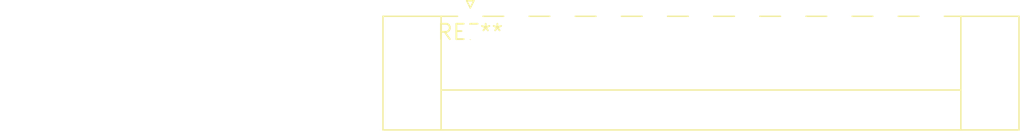
<source format=kicad_pcb>
(kicad_pcb (version 20240108) (generator pcbnew)
  (layers (0 "F.Cu" signal) (31 "B.Cu" signal) (34 "B.Paste" user) (35 "F.Paste" user) (36 "B.SilkS" user "B.Silkscreen") (37 "F.SilkS" user "F.Silkscreen") (38 "B.Mask" user) (39 "F.Mask" user) (44 "Edge.Cuts" user))
  (net 0 "")
  (footprint "PhoenixContact_MC_1,5_11-GF-3.81_1x11_P3.81mm_Horizontal_ThreadedFlange" (layer "F.Cu") (at 0 0)
    (property "Reference" "REF**")
    (property "Value" "PhoenixContact_MC_1,5_11-GF-3.81_1x11_P3.81mm_Horizontal_ThreadedFlange")
    (fp_line (start -7.21 -1.31) (end -7.21 8.11) (layer "F.SilkS") (stroke (width 0.12)))
    (fp_line (start -7.21 -1.31) (end -1.05 -1.31) (layer "F.SilkS") (stroke (width 0.12)))
    (fp_line (start -7.21 8.11) (end 45.31 8.11) (layer "F.SilkS") (stroke (width 0.12)))
    (fp_line (start -2.41 -1.31) (end -2.41 8.11) (layer "F.SilkS") (stroke (width 0.12)))
    (fp_line (start -2.41 4.8) (end 40.51 4.8) (layer "F.SilkS") (stroke (width 0.12)))
    (fp_line (start -0.3 -2.6) (end 0.3 -2.6) (layer "F.SilkS") (stroke (width 0.12)))
    (fp_line (start 0 -2) (end -0.3 -2.6) (layer "F.SilkS") (stroke (width 0.12)))
    (fp_line (start 0.3 -2.6) (end 0 -2) (layer "F.SilkS") (stroke (width 0.12)))
    (fp_line (start 1.05 -1.31) (end 2.76 -1.31) (layer "F.SilkS") (stroke (width 0.12)))
    (fp_line (start 4.86 -1.31) (end 6.57 -1.31) (layer "F.SilkS") (stroke (width 0.12)))
    (fp_line (start 8.67 -1.31) (end 10.38 -1.31) (layer "F.SilkS") (stroke (width 0.12)))
    (fp_line (start 12.48 -1.31) (end 14.19 -1.31) (layer "F.SilkS") (stroke (width 0.12)))
    (fp_line (start 16.29 -1.31) (end 18 -1.31) (layer "F.SilkS") (stroke (width 0.12)))
    (fp_line (start 20.1 -1.31) (end 21.81 -1.31) (layer "F.SilkS") (stroke (width 0.12)))
    (fp_line (start 23.91 -1.31) (end 25.62 -1.31) (layer "F.SilkS") (stroke (width 0.12)))
    (fp_line (start 27.72 -1.31) (end 29.43 -1.31) (layer "F.SilkS") (stroke (width 0.12)))
    (fp_line (start 31.53 -1.31) (end 33.24 -1.31) (layer "F.SilkS") (stroke (width 0.12)))
    (fp_line (start 35.34 -1.31) (end 37.05 -1.31) (layer "F.SilkS") (stroke (width 0.12)))
    (fp_line (start 40.51 -1.31) (end 40.51 8.11) (layer "F.SilkS") (stroke (width 0.12)))
    (fp_line (start 45.31 -1.31) (end 39.15 -1.31) (layer "F.SilkS") (stroke (width 0.12)))
    (fp_line (start 45.31 8.11) (end 45.31 -1.31) (layer "F.SilkS") (stroke (width 0.12)))
    (pad "1" thru_hole roundrect (at 0 0) (size 1.8 3.6) (drill 1.2) (layers *.Cu *.Mask) (remove_unused_layers) (roundrect_rratio 0.138889))
    (pad "2" thru_hole oval (at 3.81 0) (size 1.8 3.6) (drill 1.2) (layers *.Cu *.Mask) (remove_unused_layers))
    (pad "3" thru_hole oval (at 7.62 0) (size 1.8 3.6) (drill 1.2) (layers *.Cu *.Mask) (remove_unused_layers))
    (pad "4" thru_hole oval (at 11.43 0) (size 1.8 3.6) (drill 1.2) (layers *.Cu *.Mask) (remove_unused_layers))
    (pad "5" thru_hole oval (at 15.24 0) (size 1.8 3.6) (drill 1.2) (layers *.Cu *.Mask) (remove_unused_layers))
    (pad "6" thru_hole oval (at 19.05 0) (size 1.8 3.6) (drill 1.2) (layers *.Cu *.Mask) (remove_unused_layers))
    (pad "7" thru_hole oval (at 22.86 0) (size 1.8 3.6) (drill 1.2) (layers *.Cu *.Mask) (remove_unused_layers))
    (pad "8" thru_hole oval (at 26.67 0) (size 1.8 3.6) (drill 1.2) (layers *.Cu *.Mask) (remove_unused_layers))
    (pad "9" thru_hole oval (at 30.48 0) (size 1.8 3.6) (drill 1.2) (layers *.Cu *.Mask) (remove_unused_layers))
    (pad "10" thru_hole oval (at 34.29 0) (size 1.8 3.6) (drill 1.2) (layers *.Cu *.Mask) (remove_unused_layers))
    (pad "11" thru_hole oval (at 38.1 0) (size 1.8 3.6) (drill 1.2) (layers *.Cu *.Mask) (remove_unused_layers))
  )
)
</source>
